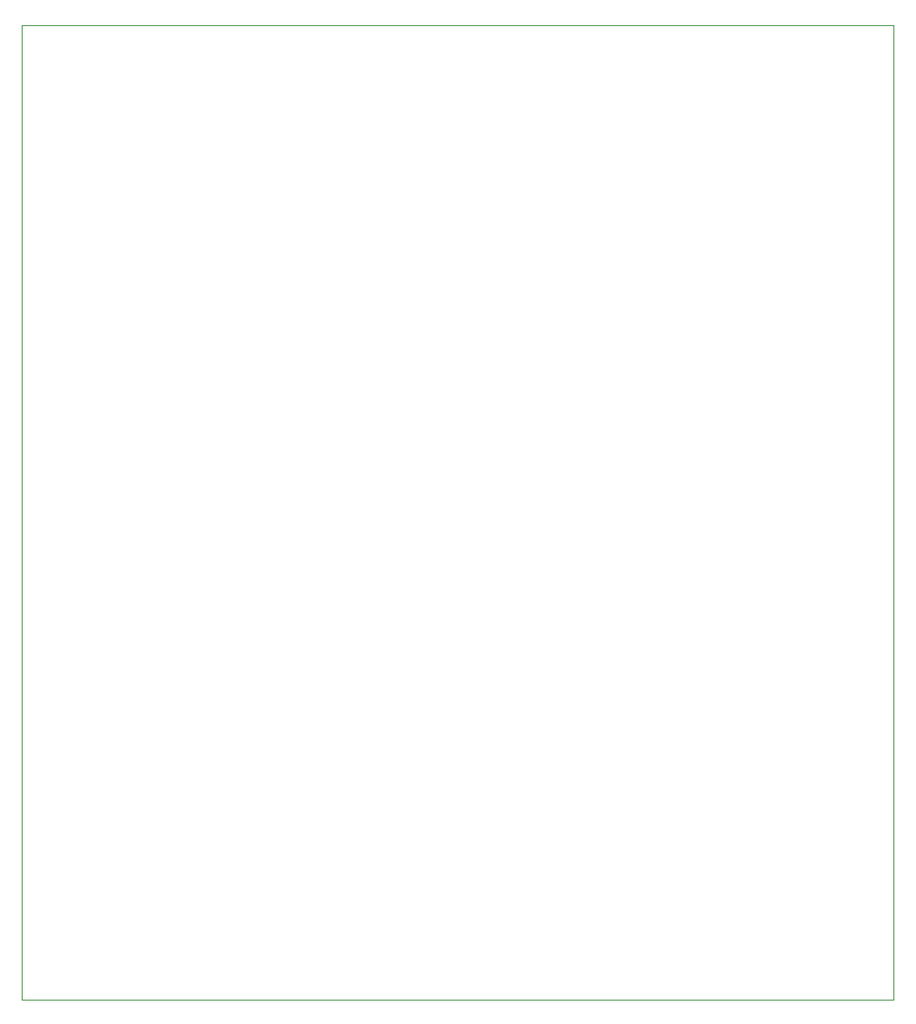
<source format=gbr>
%TF.GenerationSoftware,KiCad,Pcbnew,(5.1.8)-1*%
%TF.CreationDate,2021-03-29T12:52:13+02:00*%
%TF.ProjectId,GCM_powerSupply,47434d5f-706f-4776-9572-537570706c79,V1.0*%
%TF.SameCoordinates,PX43b5fc0PY29020c0*%
%TF.FileFunction,Profile,NP*%
%FSLAX46Y46*%
G04 Gerber Fmt 4.6, Leading zero omitted, Abs format (unit mm)*
G04 Created by KiCad (PCBNEW (5.1.8)-1) date 2021-03-29 12:52:13*
%MOMM*%
%LPD*%
G01*
G04 APERTURE LIST*
%TA.AperFunction,Profile*%
%ADD10C,0.050000*%
%TD*%
G04 APERTURE END LIST*
D10*
X7000000Y-95000000D02*
X0Y-95000000D01*
X7000000Y0D02*
X0Y0D01*
X0Y-95000000D02*
X0Y0D01*
X85000000Y-95000000D02*
X7000000Y-95000000D01*
X85000000Y-91000000D02*
X85000000Y-95000000D01*
X85000000Y0D02*
X85000000Y-91000000D01*
X7000000Y0D02*
X85000000Y0D01*
M02*

</source>
